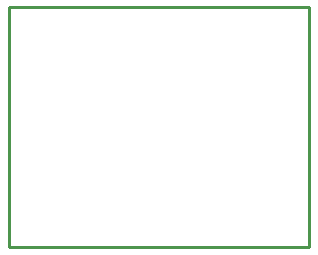
<source format=gm1>
G04 Layer_Color=16711935*
%FSLAX25Y25*%
%MOIN*%
G70*
G01*
G75*
%ADD16C,0.01000*%
D16*
X100000Y0D02*
Y80000D01*
X0D02*
X100000D01*
X0Y0D02*
Y80000D01*
Y0D02*
X100000D01*
M02*

</source>
